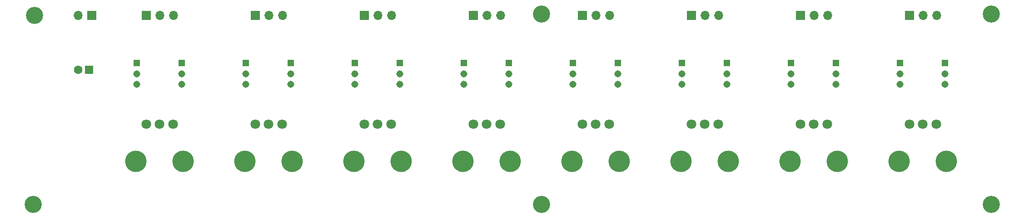
<source format=gts>
G04 #@! TF.FileFunction,Soldermask,Top*
%FSLAX46Y46*%
G04 Gerber Fmt 4.6, Leading zero omitted, Abs format (unit mm)*
G04 Created by KiCad (PCBNEW 4.0.7) date Tuesday, 08 May 2018 'AMt' 10:50:03 AM*
%MOMM*%
%LPD*%
G01*
G04 APERTURE LIST*
%ADD10C,0.100000*%
%ADD11R,1.600000X1.600000*%
%ADD12C,1.600000*%
%ADD13R,1.700000X1.700000*%
%ADD14O,1.700000X1.700000*%
%ADD15C,1.800000*%
%ADD16C,4.000000*%
%ADD17R,1.308000X1.308000*%
%ADD18C,1.308000*%
%ADD19C,3.200000*%
G04 APERTURE END LIST*
D10*
D11*
X36830000Y-111506000D03*
D12*
X34830000Y-111506000D03*
D13*
X37338000Y-101346000D03*
D14*
X34798000Y-101346000D03*
D13*
X47498000Y-101346000D03*
D14*
X50038000Y-101346000D03*
X52578000Y-101346000D03*
D13*
X67818000Y-101346000D03*
D14*
X70358000Y-101346000D03*
X72898000Y-101346000D03*
D13*
X88138000Y-101346000D03*
D14*
X90678000Y-101346000D03*
X93218000Y-101346000D03*
D13*
X108458000Y-101346000D03*
D14*
X110998000Y-101346000D03*
X113538000Y-101346000D03*
D13*
X128778000Y-101346000D03*
D14*
X131318000Y-101346000D03*
X133858000Y-101346000D03*
D13*
X149098000Y-101346000D03*
D14*
X151638000Y-101346000D03*
X154178000Y-101346000D03*
D13*
X169418000Y-101346000D03*
D14*
X171958000Y-101346000D03*
X174498000Y-101346000D03*
D13*
X189738000Y-101346000D03*
D14*
X192278000Y-101346000D03*
X194818000Y-101346000D03*
D15*
X52498000Y-121666000D03*
X49998000Y-121666000D03*
X47498000Y-121666000D03*
D16*
X54398000Y-128666000D03*
X45598000Y-128666000D03*
D15*
X72818000Y-121666000D03*
X70318000Y-121666000D03*
X67818000Y-121666000D03*
D16*
X74718000Y-128666000D03*
X65918000Y-128666000D03*
D15*
X93138000Y-121666000D03*
X90638000Y-121666000D03*
X88138000Y-121666000D03*
D16*
X95038000Y-128666000D03*
X86238000Y-128666000D03*
D15*
X113458000Y-121666000D03*
X110958000Y-121666000D03*
X108458000Y-121666000D03*
D16*
X115358000Y-128666000D03*
X106558000Y-128666000D03*
D15*
X133778000Y-121666000D03*
X131278000Y-121666000D03*
X128778000Y-121666000D03*
D16*
X135678000Y-128666000D03*
X126878000Y-128666000D03*
D15*
X154098000Y-121666000D03*
X151598000Y-121666000D03*
X149098000Y-121666000D03*
D16*
X155998000Y-128666000D03*
X147198000Y-128666000D03*
D15*
X174418000Y-121666000D03*
X171918000Y-121666000D03*
X169418000Y-121666000D03*
D16*
X176318000Y-128666000D03*
X167518000Y-128666000D03*
D15*
X194738000Y-121666000D03*
X192238000Y-121666000D03*
X189738000Y-121666000D03*
D16*
X196638000Y-128666000D03*
X187838000Y-128666000D03*
D17*
X54102000Y-110268000D03*
D18*
X54102000Y-112268000D03*
X54102000Y-114268000D03*
D17*
X74422000Y-110268000D03*
D18*
X74422000Y-112268000D03*
X74422000Y-114268000D03*
D17*
X45720000Y-110268000D03*
D18*
X45720000Y-112268000D03*
X45720000Y-114268000D03*
D17*
X66040000Y-110268000D03*
D18*
X66040000Y-112268000D03*
X66040000Y-114268000D03*
D17*
X94742000Y-110268000D03*
D18*
X94742000Y-112268000D03*
X94742000Y-114268000D03*
D17*
X115062000Y-110268000D03*
D18*
X115062000Y-112268000D03*
X115062000Y-114268000D03*
D17*
X86360000Y-110268000D03*
D18*
X86360000Y-112268000D03*
X86360000Y-114268000D03*
D17*
X106680000Y-110268000D03*
D18*
X106680000Y-112268000D03*
X106680000Y-114268000D03*
D17*
X135382000Y-110268000D03*
D18*
X135382000Y-112268000D03*
X135382000Y-114268000D03*
D17*
X155702000Y-110268000D03*
D18*
X155702000Y-112268000D03*
X155702000Y-114268000D03*
D17*
X127000000Y-110268000D03*
D18*
X127000000Y-112268000D03*
X127000000Y-114268000D03*
D17*
X147320000Y-110268000D03*
D18*
X147320000Y-112268000D03*
X147320000Y-114268000D03*
D17*
X176022000Y-110268000D03*
D18*
X176022000Y-112268000D03*
X176022000Y-114268000D03*
D17*
X196342000Y-110268000D03*
D18*
X196342000Y-112268000D03*
X196342000Y-114268000D03*
D17*
X167640000Y-110268000D03*
D18*
X167640000Y-112268000D03*
X167640000Y-114268000D03*
D17*
X187960000Y-110268000D03*
D18*
X187960000Y-112268000D03*
X187960000Y-114268000D03*
D19*
X26416000Y-136652000D03*
X204978000Y-101092000D03*
X26670000Y-101346000D03*
X204978000Y-136652000D03*
X121158000Y-101092000D03*
X121158000Y-136652000D03*
M02*

</source>
